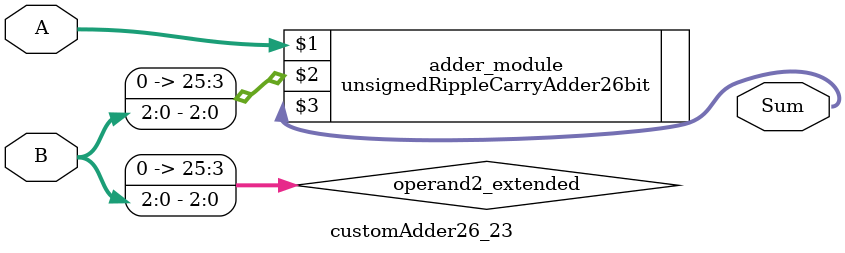
<source format=v>

module customAdder26_23(
                    input [25 : 0] A,
                    input [2 : 0] B,
                    
                    output [26 : 0] Sum
            );

    wire [25 : 0] operand2_extended;
    
    assign operand2_extended =  {23'b0, B};
    
    unsignedRippleCarryAdder26bit adder_module(
        A,
        operand2_extended,
        Sum
    );
    
endmodule
        
</source>
